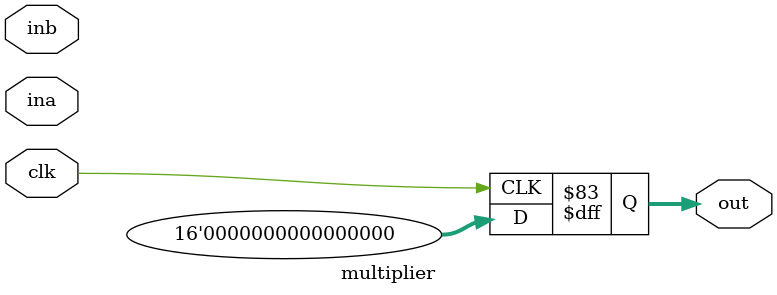
<source format=v>
module multiplier(ina, inb, clk, out);
    parameter WIDTH=8;
    
    input [WIDTH-1: 0]          ina, inb;
    input                       clk;
    output reg [2*WIDTH - 1: 0] out;
    reg[2*WIDTH-1 : 0]          temp;

    integer                     i;

    always @(posedge clk)
    begin    
        temp = 0;

        // Standard multiplication algorithm
        for(i = 0; i < 2 * WIDTH; i=i+1)
            if(inb[i] == 1'b1)
                temp <= #1 temp + (ina << i);

        out = temp;
    end
endmodule
</source>
